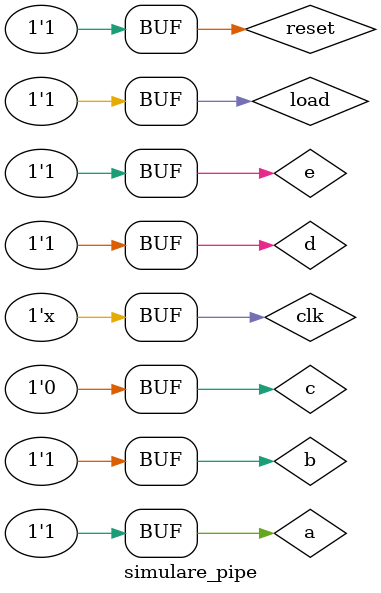
<source format=v>
`timescale 1ns / 1ps


module simulare_pipe(
    );
    reg load, clk, reset, a, b, c, d, e;
    wire f;
    
    pipeline func(a, b, c, d, e, f, load, reset, clk);
    
    initial begin
//    clk = 0; load = 0; reset = 1; a = 0; b = 0; c = 0; d = 0; e = 0;
    clk = 0; reset = 0; load = 1; 
    #20 a = 1; b = 1; c = 0; d = 1; e = 0;
    #20 a = 1; b = 1; c = 0; d = 1; e = 1;
    #20 a = 0; b = 0; c = 1; d = 0; e = 0;
    #20 a = 0; b = 1; c = 1; d = 1; e = 1;
    #20 a = 1; b = 0; c = 1; d = 0; e = 0;
    #20 a = 1; b = 1; c = 0; d = 1; e = 1;
    #20 reset = 1;
    end

    always 
    #10 clk = !clk;
endmodule


</source>
